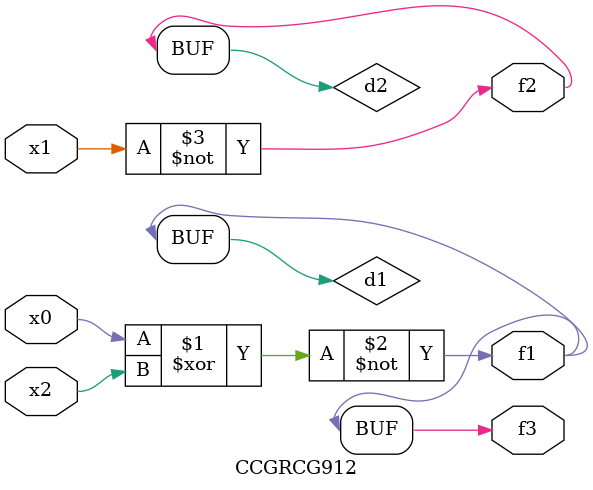
<source format=v>
module CCGRCG912(
	input x0, x1, x2,
	output f1, f2, f3
);

	wire d1, d2, d3;

	xnor (d1, x0, x2);
	nand (d2, x1);
	nor (d3, x1, x2);
	assign f1 = d1;
	assign f2 = d2;
	assign f3 = d1;
endmodule

</source>
